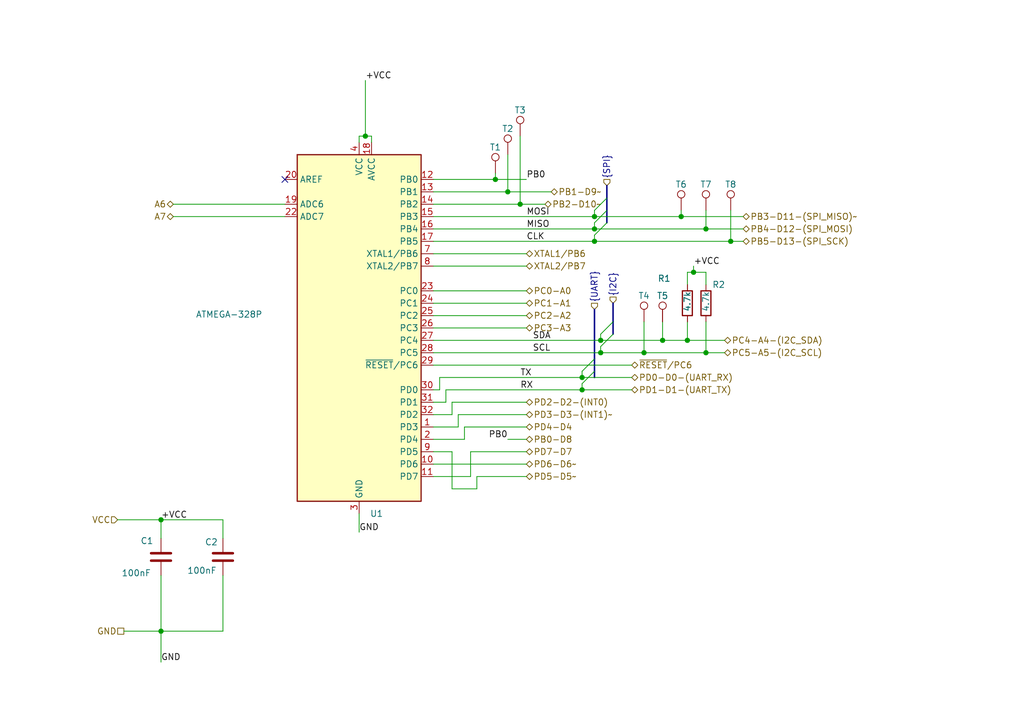
<source format=kicad_sch>
(kicad_sch (version 20231120) (generator "eeschema") (generator_version "8.0")
  (paper "A5")
  (title_block (title "MCU interfaces") (date "2024-04-17") (rev "1.0"))
  (lib_symbols
    (symbol "Connector:TestPoint" (pin_numbers hide) (pin_names (offset 0.762) hide)
      (property "Reference" "TP" (at 0 6.858 0))
      (property "Value" "TestPoint" (at 0 5.08 0))
      (symbol "TestPoint_0_1"
        (circle (center 0 3.302) (radius 0.762))
      )
      (symbol "TestPoint_1_1"
        (pin passive line (at 0 0 90) (length 2.54) (name "1") (number "1"))
      )
    )
    (symbol "Device:C" (pin_numbers hide) (pin_names (offset 0.254))
      (property "Reference" "C" (at 0.635 2.54 0))
      (property "Value" "C" (at 0.635 -2.54 0))
      (symbol "C_0_1"
        (polyline (pts (xy -2.032 -0.762) (xy 2.032 -0.762)) (stroke (width 0.508)))
        (polyline (pts (xy -2.032 0.762) (xy 2.032 0.762)) (stroke (width 0.508)))
      )
      (symbol "C_1_1"
        (pin passive line (at 0 3.81 270) (length 2.794) (name "~") (number "1"))
        (pin passive line (at 0 -3.81 90) (length 2.794) (name "~") (number "2"))
      )
    )
    (symbol "Device:R" (pin_numbers hide) (pin_names (offset 0))
      (property "Reference" "R" (at 2.032 0 90))
      (property "Value" "R" (at 0 0 90))
      (symbol "R_0_1"
        (rectangle (start -1.016 -2.54) (end 1.016 2.54) (stroke (width 0.254)))
      )
      (symbol "R_1_1"
        (pin passive line (at 0 3.81 270) (length 1.27) (name "~") (number "1"))
        (pin passive line (at 0 -3.81 90) (length 1.27) (name "~") (number "2"))
      )
    )
    (symbol "MCU_Microchip_ATmega:ATmega328P-A"
      (property "Reference" "U" (at -12.7 36.83 0))
      (property "Value" "ATmega328P-A" (at 2.54 -36.83 0))
      (symbol "ATmega328P-A_0_1"
        (rectangle (start -12.7 -35.56) (end 12.7 35.56) (stroke (width 0.254)) (fill (type background)))
      )
      (symbol "ATmega328P-A_1_1"
        (pin bidirectional line (at 15.24 -20.32 180) (length 2.54) (name "PD3") (number "1"))
        (pin bidirectional line (at 15.24 -27.94 180) (length 2.54) (name "PD6") (number "10"))
        (pin bidirectional line (at 15.24 -30.48 180) (length 2.54) (name "PD7") (number "11"))
        (pin bidirectional line (at 15.24 30.48 180) (length 2.54) (name "PB0") (number "12"))
        (pin bidirectional line (at 15.24 27.94 180) (length 2.54) (name "PB1") (number "13"))
        (pin bidirectional line (at 15.24 25.4 180) (length 2.54) (name "PB2") (number "14"))
        (pin bidirectional line (at 15.24 22.86 180) (length 2.54) (name "PB3") (number "15"))
        (pin bidirectional line (at 15.24 20.32 180) (length 2.54) (name "PB4") (number "16"))
        (pin bidirectional line (at 15.24 17.78 180) (length 2.54) (name "PB5") (number "17"))
        (pin power_in line (at 2.54 38.1 270) (length 2.54) (name "AVCC") (number "18"))
        (pin input line (at -15.24 25.4 0) (length 2.54) (name "ADC6") (number "19"))
        (pin bidirectional line (at 15.24 -22.86 180) (length 2.54) (name "PD4") (number "2"))
        (pin passive line (at -15.24 30.48 0) (length 2.54) (name "AREF") (number "20"))
        (pin passive line (at 0 -38.1 90) (length 2.54) hide (name "GND") (number "21"))
        (pin input line (at -15.24 22.86 0) (length 2.54) (name "ADC7") (number "22"))
        (pin bidirectional line (at 15.24 7.62 180) (length 2.54) (name "PC0") (number "23"))
        (pin bidirectional line (at 15.24 5.08 180) (length 2.54) (name "PC1") (number "24"))
        (pin bidirectional line (at 15.24 2.54 180) (length 2.54) (name "PC2") (number "25"))
        (pin bidirectional line (at 15.24 0 180) (length 2.54) (name "PC3") (number "26"))
        (pin bidirectional line (at 15.24 -2.54 180) (length 2.54) (name "PC4") (number "27"))
        (pin bidirectional line (at 15.24 -5.08 180) (length 2.54) (name "PC5") (number "28"))
        (pin bidirectional line (at 15.24 -7.62 180) (length 2.54) (name "~{RESET}/PC6") (number "29"))
        (pin power_in line (at 0 -38.1 90) (length 2.54) (name "GND") (number "3"))
        (pin bidirectional line (at 15.24 -12.7 180) (length 2.54) (name "PD0") (number "30"))
        (pin bidirectional line (at 15.24 -15.24 180) (length 2.54) (name "PD1") (number "31"))
        (pin bidirectional line (at 15.24 -17.78 180) (length 2.54) (name "PD2") (number "32"))
        (pin power_in line (at 0 38.1 270) (length 2.54) (name "VCC") (number "4"))
        (pin passive line (at 0 -38.1 90) (length 2.54) hide (name "GND") (number "5"))
        (pin passive line (at 0 38.1 270) (length 2.54) hide (name "VCC") (number "6"))
        (pin bidirectional line (at 15.24 15.24 180) (length 2.54) (name "XTAL1/PB6") (number "7"))
        (pin bidirectional line (at 15.24 12.7 180) (length 2.54) (name "XTAL2/PB7") (number "8"))
        (pin bidirectional line (at 15.24 -25.4 180) (length 2.54) (name "PD5") (number "9"))
      )
    )
  )
  (junction (at 139.7 44.45))
  (junction (at 33.02 106.68))
  (junction (at 121.92 44.45))
  (junction (at 74.93 27.94))
  (junction (at 132.08 72.39))
  (junction (at 140.97 69.85))
  (junction (at 121.92 49.53))
  (junction (at 119.38 80.01))
  (junction (at 121.92 46.99))
  (junction (at 101.6 36.83))
  (junction (at 33.02 129.54))
  (junction (at 104.14 39.37))
  (junction (at 149.86 49.53))
  (junction (at 119.38 77.47))
  (junction (at 144.78 72.39))
  (junction (at 106.68 41.91))
  (junction (at 135.89 69.85))
  (junction (at 144.78 46.99))
  (junction (at 123.19 72.39))
  (junction (at 142.24 55.88))
  (junction (at 123.19 69.85))
  (no_connect (at 58.42 36.83))
  (bus_entry (at 121.92 45.72) (size 2.54 -2.54))
  (bus_entry (at 123.19 68.58) (size 2.54 -2.54))
  (bus_entry (at 121.92 48.26) (size 2.54 -2.54))
  (bus_entry (at 121.92 43.18) (size 2.54 -2.54))
  (bus_entry (at 123.19 71.12) (size 2.54 -2.54))
  (bus_entry (at 121.92 76.2) (size -2.54 2.54))
  (bus_entry (at 121.92 73.66) (size -2.54 2.54))
  (wire (pts (xy 88.9 44.45) (xy 121.92 44.45)))
  (wire (pts (xy 140.97 66.04) (xy 140.97 69.85)))
  (wire (pts (xy 96.52 92.71) (xy 107.95 92.71)))
  (wire (pts (xy 140.97 69.85) (xy 148.59 69.85)))
  (wire (pts (xy 123.19 72.39) (xy 132.08 72.39)))
  (wire (pts (xy 88.9 59.69) (xy 107.95 59.69)))
  (wire (pts (xy 142.24 55.88) (xy 140.97 55.88)))
  (wire (pts (xy 88.9 41.91) (xy 106.68 41.91)))
  (wire (pts (xy 135.89 66.04) (xy 135.89 69.85)))
  (wire (pts (xy 144.78 66.04) (xy 144.78 72.39)))
  (wire (pts (xy 104.14 90.17) (xy 107.95 90.17)))
  (wire (pts (xy 88.9 97.79) (xy 96.52 97.79)))
  (wire (pts (xy 25.4 129.54) (xy 33.02 129.54)))
  (wire (pts (xy 92.71 92.71) (xy 92.71 100.33)))
  (wire (pts (xy 92.71 100.33) (xy 97.79 100.33)))
  (wire (pts (xy 76.2 27.94) (xy 76.2 29.21)))
  (wire (pts (xy 149.86 43.18) (xy 149.86 49.53)))
  (wire (pts (xy 135.89 69.85) (xy 140.97 69.85)))
  (wire (pts (xy 144.78 72.39) (xy 148.59 72.39)))
  (bus (pts (xy 125.73 66.04) (xy 125.73 68.58)))
  (wire (pts (xy 88.9 95.25) (xy 107.95 95.25)))
  (wire (pts (xy 88.9 54.61) (xy 107.95 54.61)))
  (wire (pts (xy 88.9 72.39) (xy 123.19 72.39)))
  (wire (pts (xy 142.24 55.88) (xy 144.78 55.88)))
  (wire (pts (xy 97.79 97.79) (xy 97.79 100.33)))
  (wire (pts (xy 142.24 54.61) (xy 142.24 55.88)))
  (wire (pts (xy 88.9 39.37) (xy 104.14 39.37)))
  (wire (pts (xy 45.72 106.68) (xy 33.02 106.68)))
  (wire (pts (xy 88.9 92.71) (xy 92.71 92.71)))
  (wire (pts (xy 73.66 27.94) (xy 74.93 27.94)))
  (wire (pts (xy 140.97 55.88) (xy 140.97 58.42)))
  (wire (pts (xy 144.78 58.42) (xy 144.78 55.88)))
  (wire (pts (xy 139.7 44.45) (xy 152.4 44.45)))
  (wire (pts (xy 104.14 39.37) (xy 113.03 39.37)))
  (wire (pts (xy 45.72 118.11) (xy 45.72 129.54)))
  (wire (pts (xy 106.68 41.91) (xy 111.76 41.91)))
  (wire (pts (xy 90.17 77.47) (xy 119.38 77.47)))
  (wire (pts (xy 93.98 85.09) (xy 107.95 85.09)))
  (wire (pts (xy 88.9 90.17) (xy 95.25 90.17)))
  (wire (pts (xy 88.9 46.99) (xy 121.92 46.99)))
  (wire (pts (xy 95.25 90.17) (xy 95.25 87.63)))
  (wire (pts (xy 97.79 97.79) (xy 107.95 97.79)))
  (wire (pts (xy 35.56 41.91) (xy 58.42 41.91)))
  (wire (pts (xy 88.9 85.09) (xy 92.71 85.09)))
  (wire (pts (xy 121.92 49.53) (xy 149.86 49.53)))
  (wire (pts (xy 88.9 36.83) (xy 101.6 36.83)))
  (wire (pts (xy 119.38 78.74) (xy 119.38 80.01)))
  (wire (pts (xy 73.66 109.22) (xy 73.66 105.41)))
  (bus (pts (xy 121.92 63.5) (xy 121.92 73.66)))
  (wire (pts (xy 33.02 129.54) (xy 33.02 135.89)))
  (wire (pts (xy 88.9 67.31) (xy 107.95 67.31)))
  (wire (pts (xy 96.52 97.79) (xy 96.52 92.71)))
  (wire (pts (xy 33.02 106.68) (xy 33.02 110.49)))
  (wire (pts (xy 33.02 118.11) (xy 33.02 129.54)))
  (wire (pts (xy 95.25 87.63) (xy 107.95 87.63)))
  (wire (pts (xy 119.38 80.01) (xy 129.54 80.01)))
  (wire (pts (xy 121.92 46.99) (xy 144.78 46.99)))
  (wire (pts (xy 88.9 74.93) (xy 129.54 74.93)))
  (bus (pts (xy 121.92 76.2) (xy 121.92 77.47)))
  (wire (pts (xy 101.6 35.56) (xy 101.6 36.83)))
  (wire (pts (xy 88.9 69.85) (xy 123.19 69.85)))
  (wire (pts (xy 88.9 64.77) (xy 107.95 64.77)))
  (wire (pts (xy 104.14 31.75) (xy 104.14 39.37)))
  (wire (pts (xy 121.92 44.45) (xy 139.7 44.45)))
  (wire (pts (xy 88.9 80.01) (xy 90.17 80.01)))
  (wire (pts (xy 74.93 27.94) (xy 76.2 27.94)))
  (wire (pts (xy 35.56 44.45) (xy 58.42 44.45)))
  (wire (pts (xy 132.08 72.39) (xy 144.78 72.39)))
  (wire (pts (xy 106.68 27.94) (xy 106.68 41.91)))
  (wire (pts (xy 92.71 85.09) (xy 92.71 82.55)))
  (wire (pts (xy 91.44 80.01) (xy 119.38 80.01)))
  (wire (pts (xy 92.71 82.55) (xy 107.95 82.55)))
  (bus (pts (xy 124.46 40.64) (xy 124.46 43.18)))
  (wire (pts (xy 73.66 27.94) (xy 73.66 29.21)))
  (wire (pts (xy 90.17 80.01) (xy 90.17 77.47)))
  (bus (pts (xy 124.46 43.18) (xy 124.46 45.72)))
  (bus (pts (xy 125.73 62.23) (xy 125.73 66.04)))
  (wire (pts (xy 123.19 69.85) (xy 135.89 69.85)))
  (wire (pts (xy 88.9 87.63) (xy 93.98 87.63)))
  (wire (pts (xy 144.78 46.99) (xy 152.4 46.99)))
  (wire (pts (xy 93.98 87.63) (xy 93.98 85.09)))
  (wire (pts (xy 139.7 43.18) (xy 139.7 44.45)))
  (wire (pts (xy 121.92 45.72) (xy 121.92 46.99)))
  (wire (pts (xy 121.92 43.18) (xy 121.92 44.45)))
  (wire (pts (xy 121.92 48.26) (xy 121.92 49.53)))
  (wire (pts (xy 144.78 43.18) (xy 144.78 46.99)))
  (wire (pts (xy 149.86 49.53) (xy 152.4 49.53)))
  (wire (pts (xy 88.9 52.07) (xy 107.95 52.07)))
  (wire (pts (xy 74.93 16.51) (xy 74.93 27.94)))
  (bus (pts (xy 124.46 38.1) (xy 124.46 40.64)))
  (wire (pts (xy 88.9 62.23) (xy 107.95 62.23)))
  (bus (pts (xy 121.92 73.66) (xy 121.92 76.2)))
  (wire (pts (xy 88.9 49.53) (xy 121.92 49.53)))
  (wire (pts (xy 45.72 129.54) (xy 33.02 129.54)))
  (wire (pts (xy 24.13 106.68) (xy 33.02 106.68)))
  (wire (pts (xy 91.44 82.55) (xy 91.44 80.01)))
  (wire (pts (xy 123.19 68.58) (xy 123.19 69.85)))
  (wire (pts (xy 132.08 66.04) (xy 132.08 72.39)))
  (wire (pts (xy 101.6 36.83) (xy 107.95 36.83)))
  (wire (pts (xy 123.19 71.12) (xy 123.19 72.39)))
  (wire (pts (xy 45.72 110.49) (xy 45.72 106.68)))
  (wire (pts (xy 119.38 77.47) (xy 129.54 77.47)))
  (wire (pts (xy 119.38 76.2) (xy 119.38 77.47)))
  (wire (pts (xy 88.9 82.55) (xy 91.44 82.55)))
  (label "SCL" (at 109.22 72.39 0))
  (label "PB0" (at 104.14 90.17 180))
  (label "RX" (at 106.68 80.01 0))
  (label "MISO" (at 107.95 46.99 0))
  (label "+VCC" (at 142.24 54.61 0))
  (label "GND" (at 33.02 135.89 0))
  (label "MOSI" (at 107.95 44.45 0))
  (label "CLK" (at 107.95 49.53 0))
  (label "SDA" (at 109.22 69.85 0))
  (label "+VCC" (at 74.93 16.51 0))
  (label "PB0" (at 107.95 36.83 0))
  (label "TX" (at 106.68 77.47 0))
  (label "+VCC" (at 33.02 106.68 0))
  (label "GND" (at 73.66 109.22 0))
  (hierarchical_label "PB0-D8" (shape bidirectional) (at 107.95 90.17 0))
  (hierarchical_label "GND" (shape passive) (at 25.4 129.54 180))
  (hierarchical_label "PC4-A4-(I2C_SDA)" (shape bidirectional) (at 148.59 69.85 0))
  (hierarchical_label "PC1-A1" (shape bidirectional) (at 107.95 62.23 0))
  (hierarchical_label "PB1-D9~" (shape bidirectional) (at 113.03 39.37 0))
  (hierarchical_label "PD5-D5~" (shape bidirectional) (at 107.95 97.79 0))
  (hierarchical_label "PC2-A2" (shape bidirectional) (at 107.95 64.77 0))
  (hierarchical_label "PD0-D0-(UART_RX)" (shape bidirectional) (at 129.54 77.47 0))
  (hierarchical_label "{SPI}" (shape input) (at 124.46 38.1 90))
  (hierarchical_label "PC5-A5-(I2C_SCL)" (shape bidirectional) (at 148.59 72.39 0))
  (hierarchical_label "PB4-D12-(SPI_MOSI)" (shape bidirectional) (at 152.4 46.99 0))
  (hierarchical_label "PC3-A3" (shape bidirectional) (at 107.95 67.31 0))
  (hierarchical_label "XTAL1/PB6" (shape bidirectional) (at 107.95 52.07 0))
  (hierarchical_label "PB2-D10~" (shape bidirectional) (at 111.76 41.91 0))
  (hierarchical_label "A7" (shape bidirectional) (at 35.56 44.45 180))
  (hierarchical_label "PB5-D13-(SPI_SCK)" (shape bidirectional) (at 152.4 49.53 0))
  (hierarchical_label "PD6-D6~" (shape bidirectional) (at 107.95 95.25 0))
  (hierarchical_label "A6" (shape bidirectional) (at 35.56 41.91 180))
  (hierarchical_label "PD2-D2-(INT0)" (shape bidirectional) (at 107.95 82.55 0))
  (hierarchical_label "PC0-A0" (shape bidirectional) (at 107.95 59.69 0))
  (hierarchical_label "{UART}" (shape input) (at 121.92 63.5 90))
  (hierarchical_label "PD7-D7" (shape bidirectional) (at 107.95 92.71 0))
  (hierarchical_label "PD4-D4" (shape bidirectional) (at 107.95 87.63 0))
  (hierarchical_label "PD1-D1-(UART_TX)" (shape bidirectional) (at 129.54 80.01 0))
  (hierarchical_label "PD3-D3-(INT1)~" (shape bidirectional) (at 107.95 85.09 0))
  (hierarchical_label "XTAL2/PB7" (shape bidirectional) (at 107.95 54.61 0))
  (hierarchical_label "PB3-D11-(SPI_MISO)~" (shape bidirectional) (at 152.4 44.45 0))
  (hierarchical_label "~{RESET}/PC6" (shape bidirectional) (at 129.54 74.93 0))
  (hierarchical_label "{I2C}" (shape input) (at 125.73 62.23 90))
  (hierarchical_label "VCC" (shape input) (at 24.13 106.68 180))
  (symbol (lib_id "Connector:TestPoint") (at 139.7 43.18 0) (unit 1)
    (property "Reference" "T6" (at 139.7 37.846 0))
    (property "Value" "TP" (effects (hide yes)))
    (property "Footprint" "TestPoint:TestPoint_Pad_D1.0mm" (effects (hide yes)))
    (property "Description" "test point" (effects (hide yes)))
    (instances (project "Weather" (path "" (reference "T6") (unit 1))) (project "Tracker" (path "" (reference "T22") (unit 1))))
  )
  (symbol (lib_id "Connector:TestPoint") (at 104.14 31.75 0) (unit 1)
    (property "Reference" "T2" (at 104.14 26.416 0))
    (property "Value" "TP" (effects (hide yes)))
    (property "Footprint" "TestPoint:TestPoint_Pad_D1.0mm" (effects (hide yes)))
    (property "Description" "test point" (effects (hide yes)))
    (instances (project "Weather" (path "" (reference "T2") (unit 1))) (project "Tracker" (path "" (reference "T26") (unit 1))))
  )
  (symbol (lib_id "Connector:TestPoint") (at 135.89 66.04 0) (unit 1)
    (property "Reference" "T5" (at 135.89 60.706 0))
    (property "Value" "TP" (effects (hide yes)))
    (property "Footprint" "TestPoint:TestPoint_Pad_D1.0mm" (effects (hide yes)))
    (property "Description" "test point" (effects (hide yes)))
    (instances (project "Weather" (path "" (reference "T5") (unit 1))) (project "Tracker" (path "" (reference "T21") (unit 1))))
  )
  (symbol (lib_id "Connector:TestPoint") (at 106.68 27.94 0) (unit 1)
    (property "Reference" "T3" (at 106.68 22.606 0))
    (property "Value" "TP" (effects (hide yes)))
    (property "Footprint" "TestPoint:TestPoint_Pad_D1.0mm" (effects (hide yes)))
    (property "Description" "test point" (effects (hide yes)))
    (instances (project "Weather" (path "" (reference "T3") (unit 1))) (project "Tracker" (path "" (reference "T27") (unit 1))))
  )
  (symbol (lib_id "Device:R") (at 140.97 62.23 0) (unit 1)
    (property "Reference" "R1" (at 134.874 57.15 0) (effects (justify left)))
    (property "Value" "4.7k" (at 140.97 64.008 90) (effects (justify left)))
    (property "Footprint" "Resistor_SMD:R_0603_1608Metric" (effects (hide yes)))
    (instances (project "Weather" (path "" (reference "R1") (unit 1))) (project "Tracker" (path "" (reference "R108") (unit 1))))
  )
  (symbol (lib_id "MCU_Microchip_ATmega:ATmega328P-A") (at 73.66 67.31 0) (unit 1)
    (property "Reference" "U1" (at 75.8541 105.41 0) (effects (justify left)))
    (property "Value" "ATMEGA-328P" (at 40.132 64.516 0) (effects (justify left)))
    (property "Footprint" "Package_QFP:TQFP-32_7x7mm_P0.8mm" (effects (hide yes)))
    (property "Datasheet" "http://ww1.microchip.com/downloads/en/DeviceDoc/ATmega328_P%20AVR%20MCU%20with%20picoPower%20Technology%20Data%20Sheet%2040001984A.pdf" (effects (hide yes)))
    (property "Description" "20MHz, 32kB Flash, 2kB SRAM, 1kB EEPROM, TQFP-32" (effects (hide yes)))
    (instances (project "Weather" (path "" (reference "U1") (unit 1))) (project "Tracker" (path "" (reference "U15") (unit 1))))
  )
  (symbol (lib_id "Device:R") (at 144.78 62.23 0) (unit 1)
    (property "Reference" "R2" (at 146.05 58.42 0) (effects (justify left)))
    (property "Value" "4.7k" (at 144.78 64.008 90) (effects (justify left)))
    (property "Footprint" "Resistor_SMD:R_0603_1608Metric" (effects (hide yes)))
    (instances (project "Weather" (path "" (reference "R2") (unit 1))) (project "Tracker" (path "" (reference "R109") (unit 1))))
  )
  (symbol (lib_id "Connector:TestPoint") (at 132.08 66.04 0) (unit 1)
    (property "Reference" "T4" (at 132.08 60.706 0))
    (property "Value" "TP" (effects (hide yes)))
    (property "Footprint" "TestPoint:TestPoint_Pad_D1.0mm" (effects (hide yes)))
    (property "Description" "test point" (effects (hide yes)))
    (instances (project "Weather" (path "" (reference "T4") (unit 1))) (project "Tracker" (path "" (reference "T20") (unit 1))))
  )
  (symbol (lib_id "Connector:TestPoint") (at 101.6 35.56 0) (unit 1)
    (property "Reference" "T1" (at 101.6 30.226 0))
    (property "Value" "TP" (effects (hide yes)))
    (property "Footprint" "TestPoint:TestPoint_Pad_D1.0mm" (effects (hide yes)))
    (property "Description" "test point" (effects (hide yes)))
    (instances (project "Weather" (path "" (reference "T1") (unit 1))) (project "Tracker" (path "" (reference "T25") (unit 1))))
  )
  (symbol (lib_id "Device:C") (at 45.72 114.3 180) (unit 1)
    (property "Reference" "C2" (at 44.704 111.252 0) (effects (justify left)))
    (property "Value" "100nF" (at 44.45 117.094 0) (effects (justify left)))
    (property "Footprint" "Capacitor_SMD:C_0603_1608Metric" (effects (hide yes)))
    (instances (project "Weather" (path "" (reference "C2") (unit 1))) (project "Tracker" (path "" (reference "C29") (unit 1))))
  )
  (symbol (lib_id "Connector:TestPoint") (at 149.86 43.18 0) (unit 1)
    (property "Reference" "T8" (at 149.86 37.846 0))
    (property "Value" "TP" (effects (hide yes)))
    (property "Footprint" "TestPoint:TestPoint_Pad_D1.0mm" (effects (hide yes)))
    (property "Description" "test point" (effects (hide yes)))
    (instances (project "Weather" (path "" (reference "T8") (unit 1))) (project "Tracker" (path "" (reference "T24") (unit 1))))
  )
  (symbol (lib_id "Device:C") (at 33.02 114.3 180) (unit 1)
    (property "Reference" "C1" (at 31.496 110.998 0) (effects (justify left)))
    (property "Value" "100nF" (at 30.988 117.602 0) (effects (justify left)))
    (property "Footprint" "Capacitor_SMD:C_0603_1608Metric" (effects (hide yes)))
    (instances (project "Weather" (path "" (reference "C1") (unit 1))) (project "Tracker" (path "" (reference "C22") (unit 1))))
  )
  (symbol (lib_id "Connector:TestPoint") (at 144.78 43.18 0) (unit 1)
    (property "Reference" "T7" (at 144.78 37.846 0))
    (property "Value" "TP" (effects (hide yes)))
    (property "Footprint" "TestPoint:TestPoint_Pad_D1.0mm" (effects (hide yes)))
    (property "Description" "test point" (effects (hide yes)))
    (instances (project "Weather" (path "" (reference "T7") (unit 1))) (project "Tracker" (path "" (reference "T23") (unit 1))))
  )
)
</source>
